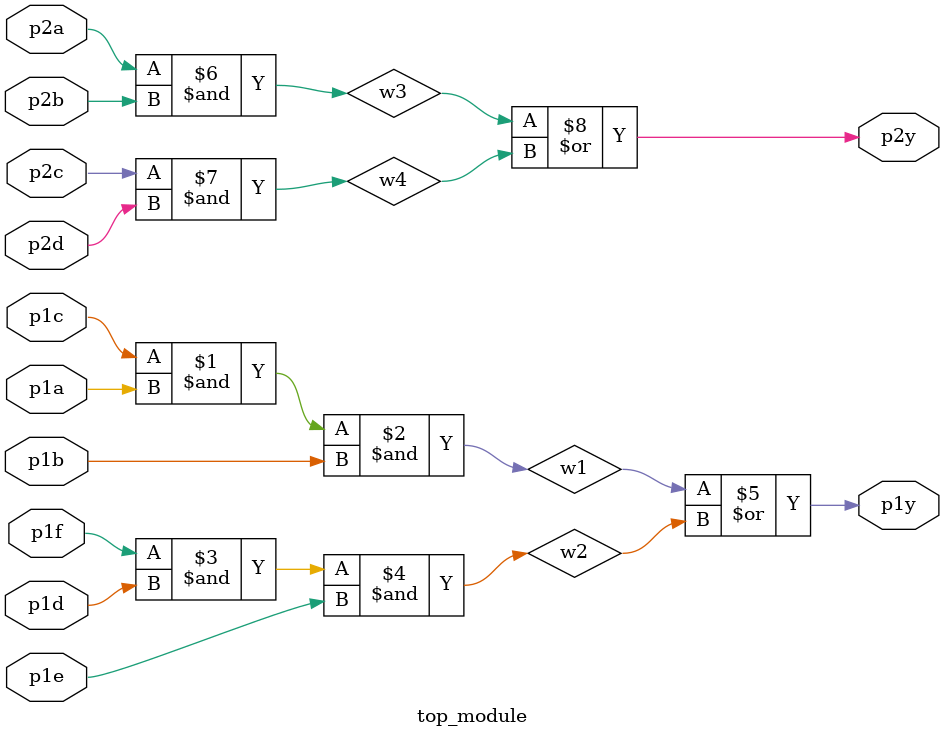
<source format=v>
module top_module ( 
    input p1a, p1b, p1c, p1d, p1e, p1f,
    output p1y,
    input p2a, p2b, p2c, p2d,
    output p2y );
    wire w1,w2,w3,w4;
    assign w1 = p1c&p1a&p1b;
    assign w2 = p1f&p1d&p1e;
    assign p1y = w1|w2;
    assign w3 = p2a&p2b;
    assign w4 = p2c&p2d;
    assign p2y = w3|w4;


endmodule
</source>
